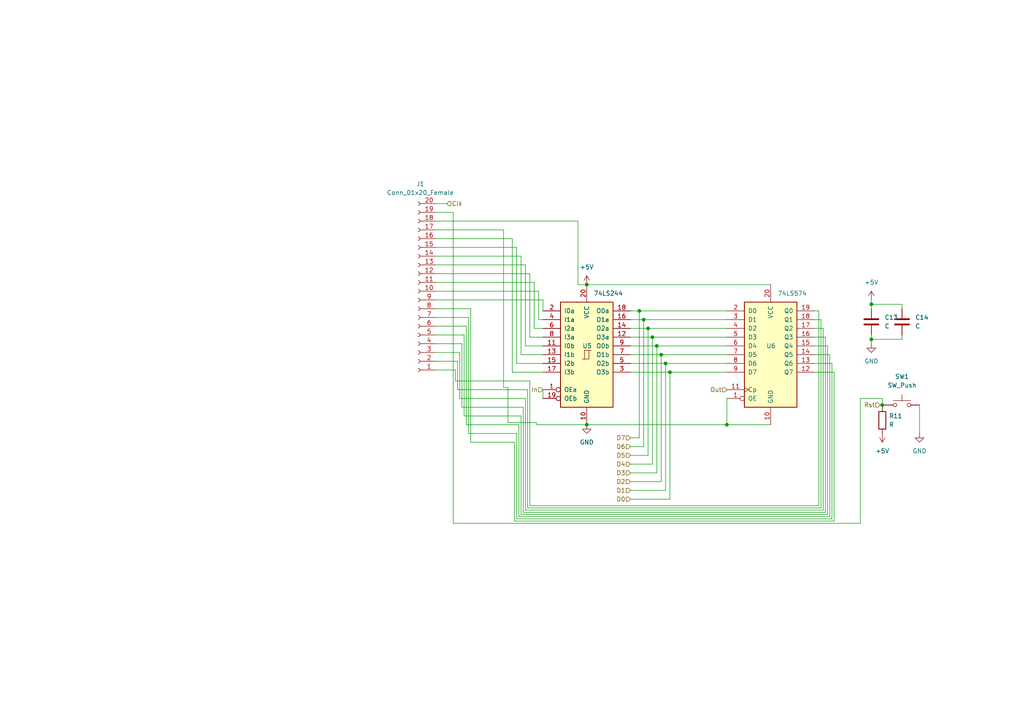
<source format=kicad_sch>
(kicad_sch (version 20211123) (generator eeschema)

  (uuid 5f66c2f5-df8d-4afe-8c24-33a24d0bba16)

  (paper "A4")

  (title_block
    (title "Canned ICs")
    (date "2022-05-03")
    (rev "Release")
    (company "John Oshiro")
    (comment 1 "- All 74LS chips can be replaced with 74HC series")
    (comment 2 "- Contains the IO and control pins")
    (comment 3 "- Won't replicate the arduino but it's something")
    (comment 4 "Input output")
  )

  (lib_symbols
    (symbol "74xx:74LS244" (pin_names (offset 1.016)) (in_bom yes) (on_board yes)
      (property "Reference" "U" (id 0) (at -7.62 16.51 0)
        (effects (font (size 1.27 1.27)))
      )
      (property "Value" "74LS244" (id 1) (at -7.62 -16.51 0)
        (effects (font (size 1.27 1.27)))
      )
      (property "Footprint" "" (id 2) (at 0 0 0)
        (effects (font (size 1.27 1.27)) hide)
      )
      (property "Datasheet" "http://www.ti.com/lit/ds/symlink/sn74ls244.pdf" (id 3) (at 0 0 0)
        (effects (font (size 1.27 1.27)) hide)
      )
      (property "ki_keywords" "7400 logic ttl low power schottky" (id 4) (at 0 0 0)
        (effects (font (size 1.27 1.27)) hide)
      )
      (property "ki_description" "Octal Buffer and Line Driver With 3-State Output, active-low enables, non-inverting outputs" (id 5) (at 0 0 0)
        (effects (font (size 1.27 1.27)) hide)
      )
      (property "ki_fp_filters" "DIP?20*" (id 6) (at 0 0 0)
        (effects (font (size 1.27 1.27)) hide)
      )
      (symbol "74LS244_1_0"
        (polyline
          (pts
            (xy -0.635 -1.27)
            (xy -0.635 1.27)
            (xy 0.635 1.27)
          )
          (stroke (width 0) (type default) (color 0 0 0 0))
          (fill (type none))
        )
        (polyline
          (pts
            (xy -1.27 -1.27)
            (xy 0.635 -1.27)
            (xy 0.635 1.27)
            (xy 1.27 1.27)
          )
          (stroke (width 0) (type default) (color 0 0 0 0))
          (fill (type none))
        )
        (pin input inverted (at -12.7 -10.16 0) (length 5.08)
          (name "OEa" (effects (font (size 1.27 1.27))))
          (number "1" (effects (font (size 1.27 1.27))))
        )
        (pin power_in line (at 0 -20.32 90) (length 5.08)
          (name "GND" (effects (font (size 1.27 1.27))))
          (number "10" (effects (font (size 1.27 1.27))))
        )
        (pin input line (at -12.7 2.54 0) (length 5.08)
          (name "I0b" (effects (font (size 1.27 1.27))))
          (number "11" (effects (font (size 1.27 1.27))))
        )
        (pin tri_state line (at 12.7 5.08 180) (length 5.08)
          (name "O3a" (effects (font (size 1.27 1.27))))
          (number "12" (effects (font (size 1.27 1.27))))
        )
        (pin input line (at -12.7 0 0) (length 5.08)
          (name "I1b" (effects (font (size 1.27 1.27))))
          (number "13" (effects (font (size 1.27 1.27))))
        )
        (pin tri_state line (at 12.7 7.62 180) (length 5.08)
          (name "O2a" (effects (font (size 1.27 1.27))))
          (number "14" (effects (font (size 1.27 1.27))))
        )
        (pin input line (at -12.7 -2.54 0) (length 5.08)
          (name "I2b" (effects (font (size 1.27 1.27))))
          (number "15" (effects (font (size 1.27 1.27))))
        )
        (pin tri_state line (at 12.7 10.16 180) (length 5.08)
          (name "O1a" (effects (font (size 1.27 1.27))))
          (number "16" (effects (font (size 1.27 1.27))))
        )
        (pin input line (at -12.7 -5.08 0) (length 5.08)
          (name "I3b" (effects (font (size 1.27 1.27))))
          (number "17" (effects (font (size 1.27 1.27))))
        )
        (pin tri_state line (at 12.7 12.7 180) (length 5.08)
          (name "O0a" (effects (font (size 1.27 1.27))))
          (number "18" (effects (font (size 1.27 1.27))))
        )
        (pin input inverted (at -12.7 -12.7 0) (length 5.08)
          (name "OEb" (effects (font (size 1.27 1.27))))
          (number "19" (effects (font (size 1.27 1.27))))
        )
        (pin input line (at -12.7 12.7 0) (length 5.08)
          (name "I0a" (effects (font (size 1.27 1.27))))
          (number "2" (effects (font (size 1.27 1.27))))
        )
        (pin power_in line (at 0 20.32 270) (length 5.08)
          (name "VCC" (effects (font (size 1.27 1.27))))
          (number "20" (effects (font (size 1.27 1.27))))
        )
        (pin tri_state line (at 12.7 -5.08 180) (length 5.08)
          (name "O3b" (effects (font (size 1.27 1.27))))
          (number "3" (effects (font (size 1.27 1.27))))
        )
        (pin input line (at -12.7 10.16 0) (length 5.08)
          (name "I1a" (effects (font (size 1.27 1.27))))
          (number "4" (effects (font (size 1.27 1.27))))
        )
        (pin tri_state line (at 12.7 -2.54 180) (length 5.08)
          (name "O2b" (effects (font (size 1.27 1.27))))
          (number "5" (effects (font (size 1.27 1.27))))
        )
        (pin input line (at -12.7 7.62 0) (length 5.08)
          (name "I2a" (effects (font (size 1.27 1.27))))
          (number "6" (effects (font (size 1.27 1.27))))
        )
        (pin tri_state line (at 12.7 0 180) (length 5.08)
          (name "O1b" (effects (font (size 1.27 1.27))))
          (number "7" (effects (font (size 1.27 1.27))))
        )
        (pin input line (at -12.7 5.08 0) (length 5.08)
          (name "I3a" (effects (font (size 1.27 1.27))))
          (number "8" (effects (font (size 1.27 1.27))))
        )
        (pin tri_state line (at 12.7 2.54 180) (length 5.08)
          (name "O0b" (effects (font (size 1.27 1.27))))
          (number "9" (effects (font (size 1.27 1.27))))
        )
      )
      (symbol "74LS244_1_1"
        (rectangle (start -7.62 15.24) (end 7.62 -15.24)
          (stroke (width 0.254) (type default) (color 0 0 0 0))
          (fill (type background))
        )
      )
    )
    (symbol "74xx:74LS574" (pin_names (offset 1.016)) (in_bom yes) (on_board yes)
      (property "Reference" "U" (id 0) (at -7.62 16.51 0)
        (effects (font (size 1.27 1.27)))
      )
      (property "Value" "74LS574" (id 1) (at -7.62 -16.51 0)
        (effects (font (size 1.27 1.27)))
      )
      (property "Footprint" "" (id 2) (at 0 0 0)
        (effects (font (size 1.27 1.27)) hide)
      )
      (property "Datasheet" "http://www.ti.com/lit/gpn/sn74LS574" (id 3) (at 0 0 0)
        (effects (font (size 1.27 1.27)) hide)
      )
      (property "ki_locked" "" (id 4) (at 0 0 0)
        (effects (font (size 1.27 1.27)))
      )
      (property "ki_keywords" "TTL REG DFF DFF8 3State" (id 5) (at 0 0 0)
        (effects (font (size 1.27 1.27)) hide)
      )
      (property "ki_description" "8-bit Register, 3-state outputs" (id 6) (at 0 0 0)
        (effects (font (size 1.27 1.27)) hide)
      )
      (property "ki_fp_filters" "DIP?20*" (id 7) (at 0 0 0)
        (effects (font (size 1.27 1.27)) hide)
      )
      (symbol "74LS574_1_0"
        (pin input inverted (at -12.7 -12.7 0) (length 5.08)
          (name "OE" (effects (font (size 1.27 1.27))))
          (number "1" (effects (font (size 1.27 1.27))))
        )
        (pin power_in line (at 0 -20.32 90) (length 5.08)
          (name "GND" (effects (font (size 1.27 1.27))))
          (number "10" (effects (font (size 1.27 1.27))))
        )
        (pin input clock (at -12.7 -10.16 0) (length 5.08)
          (name "Cp" (effects (font (size 1.27 1.27))))
          (number "11" (effects (font (size 1.27 1.27))))
        )
        (pin tri_state line (at 12.7 -5.08 180) (length 5.08)
          (name "Q7" (effects (font (size 1.27 1.27))))
          (number "12" (effects (font (size 1.27 1.27))))
        )
        (pin tri_state line (at 12.7 -2.54 180) (length 5.08)
          (name "Q6" (effects (font (size 1.27 1.27))))
          (number "13" (effects (font (size 1.27 1.27))))
        )
        (pin tri_state line (at 12.7 0 180) (length 5.08)
          (name "Q5" (effects (font (size 1.27 1.27))))
          (number "14" (effects (font (size 1.27 1.27))))
        )
        (pin tri_state line (at 12.7 2.54 180) (length 5.08)
          (name "Q4" (effects (font (size 1.27 1.27))))
          (number "15" (effects (font (size 1.27 1.27))))
        )
        (pin tri_state line (at 12.7 5.08 180) (length 5.08)
          (name "Q3" (effects (font (size 1.27 1.27))))
          (number "16" (effects (font (size 1.27 1.27))))
        )
        (pin tri_state line (at 12.7 7.62 180) (length 5.08)
          (name "Q2" (effects (font (size 1.27 1.27))))
          (number "17" (effects (font (size 1.27 1.27))))
        )
        (pin tri_state line (at 12.7 10.16 180) (length 5.08)
          (name "Q1" (effects (font (size 1.27 1.27))))
          (number "18" (effects (font (size 1.27 1.27))))
        )
        (pin tri_state line (at 12.7 12.7 180) (length 5.08)
          (name "Q0" (effects (font (size 1.27 1.27))))
          (number "19" (effects (font (size 1.27 1.27))))
        )
        (pin input line (at -12.7 12.7 0) (length 5.08)
          (name "D0" (effects (font (size 1.27 1.27))))
          (number "2" (effects (font (size 1.27 1.27))))
        )
        (pin power_in line (at 0 20.32 270) (length 5.08)
          (name "VCC" (effects (font (size 1.27 1.27))))
          (number "20" (effects (font (size 1.27 1.27))))
        )
        (pin input line (at -12.7 10.16 0) (length 5.08)
          (name "D1" (effects (font (size 1.27 1.27))))
          (number "3" (effects (font (size 1.27 1.27))))
        )
        (pin input line (at -12.7 7.62 0) (length 5.08)
          (name "D2" (effects (font (size 1.27 1.27))))
          (number "4" (effects (font (size 1.27 1.27))))
        )
        (pin input line (at -12.7 5.08 0) (length 5.08)
          (name "D3" (effects (font (size 1.27 1.27))))
          (number "5" (effects (font (size 1.27 1.27))))
        )
        (pin input line (at -12.7 2.54 0) (length 5.08)
          (name "D4" (effects (font (size 1.27 1.27))))
          (number "6" (effects (font (size 1.27 1.27))))
        )
        (pin input line (at -12.7 0 0) (length 5.08)
          (name "D5" (effects (font (size 1.27 1.27))))
          (number "7" (effects (font (size 1.27 1.27))))
        )
        (pin input line (at -12.7 -2.54 0) (length 5.08)
          (name "D6" (effects (font (size 1.27 1.27))))
          (number "8" (effects (font (size 1.27 1.27))))
        )
        (pin input line (at -12.7 -5.08 0) (length 5.08)
          (name "D7" (effects (font (size 1.27 1.27))))
          (number "9" (effects (font (size 1.27 1.27))))
        )
      )
      (symbol "74LS574_1_1"
        (rectangle (start -7.62 15.24) (end 7.62 -15.24)
          (stroke (width 0.254) (type default) (color 0 0 0 0))
          (fill (type background))
        )
      )
    )
    (symbol "Connector:Conn_01x20_Female" (pin_names (offset 1.016) hide) (in_bom yes) (on_board yes)
      (property "Reference" "J" (id 0) (at 0 25.4 0)
        (effects (font (size 1.27 1.27)))
      )
      (property "Value" "Conn_01x20_Female" (id 1) (at 0 -27.94 0)
        (effects (font (size 1.27 1.27)))
      )
      (property "Footprint" "" (id 2) (at 0 0 0)
        (effects (font (size 1.27 1.27)) hide)
      )
      (property "Datasheet" "~" (id 3) (at 0 0 0)
        (effects (font (size 1.27 1.27)) hide)
      )
      (property "ki_keywords" "connector" (id 4) (at 0 0 0)
        (effects (font (size 1.27 1.27)) hide)
      )
      (property "ki_description" "Generic connector, single row, 01x20, script generated (kicad-library-utils/schlib/autogen/connector/)" (id 5) (at 0 0 0)
        (effects (font (size 1.27 1.27)) hide)
      )
      (property "ki_fp_filters" "Connector*:*_1x??_*" (id 6) (at 0 0 0)
        (effects (font (size 1.27 1.27)) hide)
      )
      (symbol "Conn_01x20_Female_1_1"
        (arc (start 0 -24.892) (mid -0.508 -25.4) (end 0 -25.908)
          (stroke (width 0.1524) (type default) (color 0 0 0 0))
          (fill (type none))
        )
        (arc (start 0 -22.352) (mid -0.508 -22.86) (end 0 -23.368)
          (stroke (width 0.1524) (type default) (color 0 0 0 0))
          (fill (type none))
        )
        (arc (start 0 -19.812) (mid -0.508 -20.32) (end 0 -20.828)
          (stroke (width 0.1524) (type default) (color 0 0 0 0))
          (fill (type none))
        )
        (arc (start 0 -17.272) (mid -0.508 -17.78) (end 0 -18.288)
          (stroke (width 0.1524) (type default) (color 0 0 0 0))
          (fill (type none))
        )
        (arc (start 0 -14.732) (mid -0.508 -15.24) (end 0 -15.748)
          (stroke (width 0.1524) (type default) (color 0 0 0 0))
          (fill (type none))
        )
        (arc (start 0 -12.192) (mid -0.508 -12.7) (end 0 -13.208)
          (stroke (width 0.1524) (type default) (color 0 0 0 0))
          (fill (type none))
        )
        (arc (start 0 -9.652) (mid -0.508 -10.16) (end 0 -10.668)
          (stroke (width 0.1524) (type default) (color 0 0 0 0))
          (fill (type none))
        )
        (arc (start 0 -7.112) (mid -0.508 -7.62) (end 0 -8.128)
          (stroke (width 0.1524) (type default) (color 0 0 0 0))
          (fill (type none))
        )
        (arc (start 0 -4.572) (mid -0.508 -5.08) (end 0 -5.588)
          (stroke (width 0.1524) (type default) (color 0 0 0 0))
          (fill (type none))
        )
        (arc (start 0 -2.032) (mid -0.508 -2.54) (end 0 -3.048)
          (stroke (width 0.1524) (type default) (color 0 0 0 0))
          (fill (type none))
        )
        (polyline
          (pts
            (xy -1.27 -25.4)
            (xy -0.508 -25.4)
          )
          (stroke (width 0.1524) (type default) (color 0 0 0 0))
          (fill (type none))
        )
        (polyline
          (pts
            (xy -1.27 -22.86)
            (xy -0.508 -22.86)
          )
          (stroke (width 0.1524) (type default) (color 0 0 0 0))
          (fill (type none))
        )
        (polyline
          (pts
            (xy -1.27 -20.32)
            (xy -0.508 -20.32)
          )
          (stroke (width 0.1524) (type default) (color 0 0 0 0))
          (fill (type none))
        )
        (polyline
          (pts
            (xy -1.27 -17.78)
            (xy -0.508 -17.78)
          )
          (stroke (width 0.1524) (type default) (color 0 0 0 0))
          (fill (type none))
        )
        (polyline
          (pts
            (xy -1.27 -15.24)
            (xy -0.508 -15.24)
          )
          (stroke (width 0.1524) (type default) (color 0 0 0 0))
          (fill (type none))
        )
        (polyline
          (pts
            (xy -1.27 -12.7)
            (xy -0.508 -12.7)
          )
          (stroke (width 0.1524) (type default) (color 0 0 0 0))
          (fill (type none))
        )
        (polyline
          (pts
            (xy -1.27 -10.16)
            (xy -0.508 -10.16)
          )
          (stroke (width 0.1524) (type default) (color 0 0 0 0))
          (fill (type none))
        )
        (polyline
          (pts
            (xy -1.27 -7.62)
            (xy -0.508 -7.62)
          )
          (stroke (width 0.1524) (type default) (color 0 0 0 0))
          (fill (type none))
        )
        (polyline
          (pts
            (xy -1.27 -5.08)
            (xy -0.508 -5.08)
          )
          (stroke (width 0.1524) (type default) (color 0 0 0 0))
          (fill (type none))
        )
        (polyline
          (pts
            (xy -1.27 -2.54)
            (xy -0.508 -2.54)
          )
          (stroke (width 0.1524) (type default) (color 0 0 0 0))
          (fill (type none))
        )
        (polyline
          (pts
            (xy -1.27 0)
            (xy -0.508 0)
          )
          (stroke (width 0.1524) (type default) (color 0 0 0 0))
          (fill (type none))
        )
        (polyline
          (pts
            (xy -1.27 2.54)
            (xy -0.508 2.54)
          )
          (stroke (width 0.1524) (type default) (color 0 0 0 0))
          (fill (type none))
        )
        (polyline
          (pts
            (xy -1.27 5.08)
            (xy -0.508 5.08)
          )
          (stroke (width 0.1524) (type default) (color 0 0 0 0))
          (fill (type none))
        )
        (polyline
          (pts
            (xy -1.27 7.62)
            (xy -0.508 7.62)
          )
          (stroke (width 0.1524) (type default) (color 0 0 0 0))
          (fill (type none))
        )
        (polyline
          (pts
            (xy -1.27 10.16)
            (xy -0.508 10.16)
          )
          (stroke (width 0.1524) (type default) (color 0 0 0 0))
          (fill (type none))
        )
        (polyline
          (pts
            (xy -1.27 12.7)
            (xy -0.508 12.7)
          )
          (stroke (width 0.1524) (type default) (color 0 0 0 0))
          (fill (type none))
        )
        (polyline
          (pts
            (xy -1.27 15.24)
            (xy -0.508 15.24)
          )
          (stroke (width 0.1524) (type default) (color 0 0 0 0))
          (fill (type none))
        )
        (polyline
          (pts
            (xy -1.27 17.78)
            (xy -0.508 17.78)
          )
          (stroke (width 0.1524) (type default) (color 0 0 0 0))
          (fill (type none))
        )
        (polyline
          (pts
            (xy -1.27 20.32)
            (xy -0.508 20.32)
          )
          (stroke (width 0.1524) (type default) (color 0 0 0 0))
          (fill (type none))
        )
        (polyline
          (pts
            (xy -1.27 22.86)
            (xy -0.508 22.86)
          )
          (stroke (width 0.1524) (type default) (color 0 0 0 0))
          (fill (type none))
        )
        (arc (start 0 0.508) (mid -0.508 0) (end 0 -0.508)
          (stroke (width 0.1524) (type default) (color 0 0 0 0))
          (fill (type none))
        )
        (arc (start 0 3.048) (mid -0.508 2.54) (end 0 2.032)
          (stroke (width 0.1524) (type default) (color 0 0 0 0))
          (fill (type none))
        )
        (arc (start 0 5.588) (mid -0.508 5.08) (end 0 4.572)
          (stroke (width 0.1524) (type default) (color 0 0 0 0))
          (fill (type none))
        )
        (arc (start 0 8.128) (mid -0.508 7.62) (end 0 7.112)
          (stroke (width 0.1524) (type default) (color 0 0 0 0))
          (fill (type none))
        )
        (arc (start 0 10.668) (mid -0.508 10.16) (end 0 9.652)
          (stroke (width 0.1524) (type default) (color 0 0 0 0))
          (fill (type none))
        )
        (arc (start 0 13.208) (mid -0.508 12.7) (end 0 12.192)
          (stroke (width 0.1524) (type default) (color 0 0 0 0))
          (fill (type none))
        )
        (arc (start 0 15.748) (mid -0.508 15.24) (end 0 14.732)
          (stroke (width 0.1524) (type default) (color 0 0 0 0))
          (fill (type none))
        )
        (arc (start 0 18.288) (mid -0.508 17.78) (end 0 17.272)
          (stroke (width 0.1524) (type default) (color 0 0 0 0))
          (fill (type none))
        )
        (arc (start 0 20.828) (mid -0.508 20.32) (end 0 19.812)
          (stroke (width 0.1524) (type default) (color 0 0 0 0))
          (fill (type none))
        )
        (arc (start 0 23.368) (mid -0.508 22.86) (end 0 22.352)
          (stroke (width 0.1524) (type default) (color 0 0 0 0))
          (fill (type none))
        )
        (pin passive line (at -5.08 22.86 0) (length 3.81)
          (name "Pin_1" (effects (font (size 1.27 1.27))))
          (number "1" (effects (font (size 1.27 1.27))))
        )
        (pin passive line (at -5.08 0 0) (length 3.81)
          (name "Pin_10" (effects (font (size 1.27 1.27))))
          (number "10" (effects (font (size 1.27 1.27))))
        )
        (pin passive line (at -5.08 -2.54 0) (length 3.81)
          (name "Pin_11" (effects (font (size 1.27 1.27))))
          (number "11" (effects (font (size 1.27 1.27))))
        )
        (pin passive line (at -5.08 -5.08 0) (length 3.81)
          (name "Pin_12" (effects (font (size 1.27 1.27))))
          (number "12" (effects (font (size 1.27 1.27))))
        )
        (pin passive line (at -5.08 -7.62 0) (length 3.81)
          (name "Pin_13" (effects (font (size 1.27 1.27))))
          (number "13" (effects (font (size 1.27 1.27))))
        )
        (pin passive line (at -5.08 -10.16 0) (length 3.81)
          (name "Pin_14" (effects (font (size 1.27 1.27))))
          (number "14" (effects (font (size 1.27 1.27))))
        )
        (pin passive line (at -5.08 -12.7 0) (length 3.81)
          (name "Pin_15" (effects (font (size 1.27 1.27))))
          (number "15" (effects (font (size 1.27 1.27))))
        )
        (pin passive line (at -5.08 -15.24 0) (length 3.81)
          (name "Pin_16" (effects (font (size 1.27 1.27))))
          (number "16" (effects (font (size 1.27 1.27))))
        )
        (pin passive line (at -5.08 -17.78 0) (length 3.81)
          (name "Pin_17" (effects (font (size 1.27 1.27))))
          (number "17" (effects (font (size 1.27 1.27))))
        )
        (pin passive line (at -5.08 -20.32 0) (length 3.81)
          (name "Pin_18" (effects (font (size 1.27 1.27))))
          (number "18" (effects (font (size 1.27 1.27))))
        )
        (pin passive line (at -5.08 -22.86 0) (length 3.81)
          (name "Pin_19" (effects (font (size 1.27 1.27))))
          (number "19" (effects (font (size 1.27 1.27))))
        )
        (pin passive line (at -5.08 20.32 0) (length 3.81)
          (name "Pin_2" (effects (font (size 1.27 1.27))))
          (number "2" (effects (font (size 1.27 1.27))))
        )
        (pin passive line (at -5.08 -25.4 0) (length 3.81)
          (name "Pin_20" (effects (font (size 1.27 1.27))))
          (number "20" (effects (font (size 1.27 1.27))))
        )
        (pin passive line (at -5.08 17.78 0) (length 3.81)
          (name "Pin_3" (effects (font (size 1.27 1.27))))
          (number "3" (effects (font (size 1.27 1.27))))
        )
        (pin passive line (at -5.08 15.24 0) (length 3.81)
          (name "Pin_4" (effects (font (size 1.27 1.27))))
          (number "4" (effects (font (size 1.27 1.27))))
        )
        (pin passive line (at -5.08 12.7 0) (length 3.81)
          (name "Pin_5" (effects (font (size 1.27 1.27))))
          (number "5" (effects (font (size 1.27 1.27))))
        )
        (pin passive line (at -5.08 10.16 0) (length 3.81)
          (name "Pin_6" (effects (font (size 1.27 1.27))))
          (number "6" (effects (font (size 1.27 1.27))))
        )
        (pin passive line (at -5.08 7.62 0) (length 3.81)
          (name "Pin_7" (effects (font (size 1.27 1.27))))
          (number "7" (effects (font (size 1.27 1.27))))
        )
        (pin passive line (at -5.08 5.08 0) (length 3.81)
          (name "Pin_8" (effects (font (size 1.27 1.27))))
          (number "8" (effects (font (size 1.27 1.27))))
        )
        (pin passive line (at -5.08 2.54 0) (length 3.81)
          (name "Pin_9" (effects (font (size 1.27 1.27))))
          (number "9" (effects (font (size 1.27 1.27))))
        )
      )
    )
    (symbol "Device:C" (pin_numbers hide) (pin_names (offset 0.254)) (in_bom yes) (on_board yes)
      (property "Reference" "C" (id 0) (at 0.635 2.54 0)
        (effects (font (size 1.27 1.27)) (justify left))
      )
      (property "Value" "C" (id 1) (at 0.635 -2.54 0)
        (effects (font (size 1.27 1.27)) (justify left))
      )
      (property "Footprint" "" (id 2) (at 0.9652 -3.81 0)
        (effects (font (size 1.27 1.27)) hide)
      )
      (property "Datasheet" "~" (id 3) (at 0 0 0)
        (effects (font (size 1.27 1.27)) hide)
      )
      (property "ki_keywords" "cap capacitor" (id 4) (at 0 0 0)
        (effects (font (size 1.27 1.27)) hide)
      )
      (property "ki_description" "Unpolarized capacitor" (id 5) (at 0 0 0)
        (effects (font (size 1.27 1.27)) hide)
      )
      (property "ki_fp_filters" "C_*" (id 6) (at 0 0 0)
        (effects (font (size 1.27 1.27)) hide)
      )
      (symbol "C_0_1"
        (polyline
          (pts
            (xy -2.032 -0.762)
            (xy 2.032 -0.762)
          )
          (stroke (width 0.508) (type default) (color 0 0 0 0))
          (fill (type none))
        )
        (polyline
          (pts
            (xy -2.032 0.762)
            (xy 2.032 0.762)
          )
          (stroke (width 0.508) (type default) (color 0 0 0 0))
          (fill (type none))
        )
      )
      (symbol "C_1_1"
        (pin passive line (at 0 3.81 270) (length 2.794)
          (name "~" (effects (font (size 1.27 1.27))))
          (number "1" (effects (font (size 1.27 1.27))))
        )
        (pin passive line (at 0 -3.81 90) (length 2.794)
          (name "~" (effects (font (size 1.27 1.27))))
          (number "2" (effects (font (size 1.27 1.27))))
        )
      )
    )
    (symbol "Device:R" (pin_numbers hide) (pin_names (offset 0)) (in_bom yes) (on_board yes)
      (property "Reference" "R" (id 0) (at 2.032 0 90)
        (effects (font (size 1.27 1.27)))
      )
      (property "Value" "R" (id 1) (at 0 0 90)
        (effects (font (size 1.27 1.27)))
      )
      (property "Footprint" "" (id 2) (at -1.778 0 90)
        (effects (font (size 1.27 1.27)) hide)
      )
      (property "Datasheet" "~" (id 3) (at 0 0 0)
        (effects (font (size 1.27 1.27)) hide)
      )
      (property "ki_keywords" "R res resistor" (id 4) (at 0 0 0)
        (effects (font (size 1.27 1.27)) hide)
      )
      (property "ki_description" "Resistor" (id 5) (at 0 0 0)
        (effects (font (size 1.27 1.27)) hide)
      )
      (property "ki_fp_filters" "R_*" (id 6) (at 0 0 0)
        (effects (font (size 1.27 1.27)) hide)
      )
      (symbol "R_0_1"
        (rectangle (start -1.016 -2.54) (end 1.016 2.54)
          (stroke (width 0.254) (type default) (color 0 0 0 0))
          (fill (type none))
        )
      )
      (symbol "R_1_1"
        (pin passive line (at 0 3.81 270) (length 1.27)
          (name "~" (effects (font (size 1.27 1.27))))
          (number "1" (effects (font (size 1.27 1.27))))
        )
        (pin passive line (at 0 -3.81 90) (length 1.27)
          (name "~" (effects (font (size 1.27 1.27))))
          (number "2" (effects (font (size 1.27 1.27))))
        )
      )
    )
    (symbol "Switch:SW_Push" (pin_numbers hide) (pin_names (offset 1.016) hide) (in_bom yes) (on_board yes)
      (property "Reference" "SW" (id 0) (at 1.27 2.54 0)
        (effects (font (size 1.27 1.27)) (justify left))
      )
      (property "Value" "SW_Push" (id 1) (at 0 -1.524 0)
        (effects (font (size 1.27 1.27)))
      )
      (property "Footprint" "" (id 2) (at 0 5.08 0)
        (effects (font (size 1.27 1.27)) hide)
      )
      (property "Datasheet" "~" (id 3) (at 0 5.08 0)
        (effects (font (size 1.27 1.27)) hide)
      )
      (property "ki_keywords" "switch normally-open pushbutton push-button" (id 4) (at 0 0 0)
        (effects (font (size 1.27 1.27)) hide)
      )
      (property "ki_description" "Push button switch, generic, two pins" (id 5) (at 0 0 0)
        (effects (font (size 1.27 1.27)) hide)
      )
      (symbol "SW_Push_0_1"
        (circle (center -2.032 0) (radius 0.508)
          (stroke (width 0) (type default) (color 0 0 0 0))
          (fill (type none))
        )
        (polyline
          (pts
            (xy 0 1.27)
            (xy 0 3.048)
          )
          (stroke (width 0) (type default) (color 0 0 0 0))
          (fill (type none))
        )
        (polyline
          (pts
            (xy 2.54 1.27)
            (xy -2.54 1.27)
          )
          (stroke (width 0) (type default) (color 0 0 0 0))
          (fill (type none))
        )
        (circle (center 2.032 0) (radius 0.508)
          (stroke (width 0) (type default) (color 0 0 0 0))
          (fill (type none))
        )
        (pin passive line (at -5.08 0 0) (length 2.54)
          (name "1" (effects (font (size 1.27 1.27))))
          (number "1" (effects (font (size 1.27 1.27))))
        )
        (pin passive line (at 5.08 0 180) (length 2.54)
          (name "2" (effects (font (size 1.27 1.27))))
          (number "2" (effects (font (size 1.27 1.27))))
        )
      )
    )
    (symbol "power:+5V" (power) (pin_names (offset 0)) (in_bom yes) (on_board yes)
      (property "Reference" "#PWR" (id 0) (at 0 -3.81 0)
        (effects (font (size 1.27 1.27)) hide)
      )
      (property "Value" "+5V" (id 1) (at 0 3.556 0)
        (effects (font (size 1.27 1.27)))
      )
      (property "Footprint" "" (id 2) (at 0 0 0)
        (effects (font (size 1.27 1.27)) hide)
      )
      (property "Datasheet" "" (id 3) (at 0 0 0)
        (effects (font (size 1.27 1.27)) hide)
      )
      (property "ki_keywords" "power-flag" (id 4) (at 0 0 0)
        (effects (font (size 1.27 1.27)) hide)
      )
      (property "ki_description" "Power symbol creates a global label with name \"+5V\"" (id 5) (at 0 0 0)
        (effects (font (size 1.27 1.27)) hide)
      )
      (symbol "+5V_0_1"
        (polyline
          (pts
            (xy -0.762 1.27)
            (xy 0 2.54)
          )
          (stroke (width 0) (type default) (color 0 0 0 0))
          (fill (type none))
        )
        (polyline
          (pts
            (xy 0 0)
            (xy 0 2.54)
          )
          (stroke (width 0) (type default) (color 0 0 0 0))
          (fill (type none))
        )
        (polyline
          (pts
            (xy 0 2.54)
            (xy 0.762 1.27)
          )
          (stroke (width 0) (type default) (color 0 0 0 0))
          (fill (type none))
        )
      )
      (symbol "+5V_1_1"
        (pin power_in line (at 0 0 90) (length 0) hide
          (name "+5V" (effects (font (size 1.27 1.27))))
          (number "1" (effects (font (size 1.27 1.27))))
        )
      )
    )
    (symbol "power:GND" (power) (pin_names (offset 0)) (in_bom yes) (on_board yes)
      (property "Reference" "#PWR" (id 0) (at 0 -6.35 0)
        (effects (font (size 1.27 1.27)) hide)
      )
      (property "Value" "GND" (id 1) (at 0 -3.81 0)
        (effects (font (size 1.27 1.27)))
      )
      (property "Footprint" "" (id 2) (at 0 0 0)
        (effects (font (size 1.27 1.27)) hide)
      )
      (property "Datasheet" "" (id 3) (at 0 0 0)
        (effects (font (size 1.27 1.27)) hide)
      )
      (property "ki_keywords" "power-flag" (id 4) (at 0 0 0)
        (effects (font (size 1.27 1.27)) hide)
      )
      (property "ki_description" "Power symbol creates a global label with name \"GND\" , ground" (id 5) (at 0 0 0)
        (effects (font (size 1.27 1.27)) hide)
      )
      (symbol "GND_0_1"
        (polyline
          (pts
            (xy 0 0)
            (xy 0 -1.27)
            (xy 1.27 -1.27)
            (xy 0 -2.54)
            (xy -1.27 -1.27)
            (xy 0 -1.27)
          )
          (stroke (width 0) (type default) (color 0 0 0 0))
          (fill (type none))
        )
      )
      (symbol "GND_1_1"
        (pin power_in line (at 0 0 270) (length 0) hide
          (name "GND" (effects (font (size 1.27 1.27))))
          (number "1" (effects (font (size 1.27 1.27))))
        )
      )
    )
  )

  (junction (at 210.82 123.19) (diameter 0) (color 0 0 0 0)
    (uuid 1c5ae59b-a52b-4e8a-84a8-94970c2da5c9)
  )
  (junction (at 191.77 102.87) (diameter 0) (color 0 0 0 0)
    (uuid 22f3eb59-fb1b-448c-9ffb-29f669c671a7)
  )
  (junction (at 252.73 88.265) (diameter 0) (color 0 0 0 0)
    (uuid 28c57641-015b-4bab-aeaf-ff37fe532b13)
  )
  (junction (at 255.905 117.475) (diameter 0) (color 0 0 0 0)
    (uuid 2cc048aa-cc73-4b57-8402-ab7cdf5ef1a8)
  )
  (junction (at 187.96 95.25) (diameter 0) (color 0 0 0 0)
    (uuid 46630f6f-7855-4a50-beef-e5ee33025e34)
  )
  (junction (at 252.73 98.425) (diameter 0) (color 0 0 0 0)
    (uuid 5058c37b-437c-4f7e-8bac-5933bdcc5271)
  )
  (junction (at 193.04 105.41) (diameter 0) (color 0 0 0 0)
    (uuid 53a3d9e5-dd88-4b85-b818-38a7c34b5660)
  )
  (junction (at 170.18 123.19) (diameter 0) (color 0 0 0 0)
    (uuid 72a1db42-af22-4a3f-ba42-c8c3dc8294e9)
  )
  (junction (at 186.69 92.71) (diameter 0) (color 0 0 0 0)
    (uuid 839fa63b-aa87-4b79-8668-ce46df92920e)
  )
  (junction (at 185.42 90.17) (diameter 0) (color 0 0 0 0)
    (uuid b7835373-294b-47f9-8b6a-ca51871be85f)
  )
  (junction (at 190.5 100.33) (diameter 0) (color 0 0 0 0)
    (uuid b86c9cd2-cafa-4871-ab23-c6cec88e723b)
  )
  (junction (at 170.18 82.55) (diameter 0) (color 0 0 0 0)
    (uuid be8de6eb-cf0b-400e-a977-bb2ccf18d4a2)
  )
  (junction (at 189.23 97.79) (diameter 0) (color 0 0 0 0)
    (uuid c6e87e83-394c-4f80-ad13-eded7f5ac426)
  )
  (junction (at 194.31 107.95) (diameter 0) (color 0 0 0 0)
    (uuid cee6e9b7-d82f-4a6b-9186-957f56c82946)
  )

  (wire (pts (xy 153.67 146.685) (xy 237.49 146.685))
    (stroke (width 0) (type default) (color 0 0 0 0))
    (uuid 06357d72-092d-4c58-a27b-35af9997dea6)
  )
  (wire (pts (xy 210.82 123.19) (xy 223.52 123.19))
    (stroke (width 0) (type default) (color 0 0 0 0))
    (uuid 07001dea-06bb-4ddd-b466-52e94c4e67c6)
  )
  (wire (pts (xy 149.225 128.27) (xy 149.225 151.13))
    (stroke (width 0) (type default) (color 0 0 0 0))
    (uuid 07935b44-3369-404b-afe6-3bd52babb23e)
  )
  (wire (pts (xy 190.5 100.33) (xy 190.5 137.16))
    (stroke (width 0) (type default) (color 0 0 0 0))
    (uuid 0988a329-d4e0-4706-8f9c-32606cf8f027)
  )
  (wire (pts (xy 241.3 105.41) (xy 241.3 150.495))
    (stroke (width 0) (type default) (color 0 0 0 0))
    (uuid 09bb6fb9-900b-4a5e-b8e0-d1fdcf691f64)
  )
  (wire (pts (xy 182.88 90.17) (xy 185.42 90.17))
    (stroke (width 0) (type default) (color 0 0 0 0))
    (uuid 0c688e68-b776-4c45-b1e7-3cfc94443836)
  )
  (wire (pts (xy 151.765 118.11) (xy 151.765 148.59))
    (stroke (width 0) (type default) (color 0 0 0 0))
    (uuid 0ce1e903-addb-4c6c-a679-a4655bc8913f)
  )
  (wire (pts (xy 151.13 120.65) (xy 151.13 149.225))
    (stroke (width 0) (type default) (color 0 0 0 0))
    (uuid 0d507bf1-87b8-4697-8f73-acc9a810ba31)
  )
  (wire (pts (xy 170.18 123.19) (xy 210.82 123.19))
    (stroke (width 0) (type default) (color 0 0 0 0))
    (uuid 0d62b59d-acb1-4017-af2e-e85e5efcd010)
  )
  (wire (pts (xy 154.94 81.915) (xy 154.94 95.25))
    (stroke (width 0) (type default) (color 0 0 0 0))
    (uuid 0d75fbdc-09fa-4137-8496-18ad19e9f69b)
  )
  (wire (pts (xy 238.76 95.25) (xy 238.76 147.955))
    (stroke (width 0) (type default) (color 0 0 0 0))
    (uuid 129a6574-2407-41fe-82cf-5214e425fa4d)
  )
  (wire (pts (xy 131.445 61.595) (xy 131.445 151.765))
    (stroke (width 0) (type default) (color 0 0 0 0))
    (uuid 12ffa311-de3c-4951-ae45-11927106bd99)
  )
  (wire (pts (xy 240.03 100.33) (xy 240.03 149.225))
    (stroke (width 0) (type default) (color 0 0 0 0))
    (uuid 155bfcd3-c63c-41d5-9748-428489524a2e)
  )
  (wire (pts (xy 182.88 92.71) (xy 186.69 92.71))
    (stroke (width 0) (type default) (color 0 0 0 0))
    (uuid 163ffd6d-c385-4c05-83fc-aaf04be3e103)
  )
  (wire (pts (xy 241.935 151.13) (xy 241.935 107.95))
    (stroke (width 0) (type default) (color 0 0 0 0))
    (uuid 18d8e407-7af1-4230-91e8-9201c891202c)
  )
  (wire (pts (xy 153.035 113.03) (xy 153.035 147.32))
    (stroke (width 0) (type default) (color 0 0 0 0))
    (uuid 1cd2ac57-2ebf-4606-aa6f-81055d06385f)
  )
  (wire (pts (xy 153.67 97.79) (xy 153.67 79.375))
    (stroke (width 0) (type default) (color 0 0 0 0))
    (uuid 1f6c6515-2f09-4aec-be99-0174e53df172)
  )
  (wire (pts (xy 252.73 98.425) (xy 261.62 98.425))
    (stroke (width 0) (type default) (color 0 0 0 0))
    (uuid 1fdd2358-ea6e-46d7-84b0-dcaeccc5c226)
  )
  (wire (pts (xy 255.905 118.11) (xy 255.905 117.475))
    (stroke (width 0) (type default) (color 0 0 0 0))
    (uuid 1fe30dd6-6d4e-4639-9b28-aafff3ab7552)
  )
  (wire (pts (xy 182.88 107.95) (xy 194.31 107.95))
    (stroke (width 0) (type default) (color 0 0 0 0))
    (uuid 213b281d-1030-4f64-a0cf-298cff312992)
  )
  (wire (pts (xy 237.49 90.17) (xy 236.22 90.17))
    (stroke (width 0) (type default) (color 0 0 0 0))
    (uuid 25289333-de7e-4061-b161-e7546bcee6f7)
  )
  (wire (pts (xy 194.31 107.95) (xy 210.82 107.95))
    (stroke (width 0) (type default) (color 0 0 0 0))
    (uuid 25321191-c2c4-434b-a9e9-d12bd3669586)
  )
  (wire (pts (xy 149.86 105.41) (xy 157.48 105.41))
    (stroke (width 0) (type default) (color 0 0 0 0))
    (uuid 256793f5-51a3-454f-a88d-1849dd87b806)
  )
  (wire (pts (xy 132.715 104.775) (xy 132.715 113.03))
    (stroke (width 0) (type default) (color 0 0 0 0))
    (uuid 27c9f4ab-a64b-4235-a17a-80919abdf079)
  )
  (wire (pts (xy 147.32 112.395) (xy 147.32 122.555))
    (stroke (width 0) (type default) (color 0 0 0 0))
    (uuid 2870684e-dbfc-4a2a-b788-6b60f971e858)
  )
  (wire (pts (xy 187.96 132.08) (xy 187.96 95.25))
    (stroke (width 0) (type default) (color 0 0 0 0))
    (uuid 28b631f9-b9df-431d-9bf7-3db6d2a50664)
  )
  (wire (pts (xy 153.67 79.375) (xy 126.365 79.375))
    (stroke (width 0) (type default) (color 0 0 0 0))
    (uuid 293687fa-b625-4b81-a1e9-948915a20ced)
  )
  (wire (pts (xy 255.905 115.57) (xy 255.905 117.475))
    (stroke (width 0) (type default) (color 0 0 0 0))
    (uuid 2a19c46e-35c0-4652-b82d-56a3d66d9765)
  )
  (wire (pts (xy 126.365 107.315) (xy 132.08 107.315))
    (stroke (width 0) (type default) (color 0 0 0 0))
    (uuid 2b125a1c-a1b6-4125-9617-8b738ba7814a)
  )
  (wire (pts (xy 133.985 118.11) (xy 151.765 118.11))
    (stroke (width 0) (type default) (color 0 0 0 0))
    (uuid 37cb83e1-f536-4987-9cbf-b90ef56df164)
  )
  (wire (pts (xy 191.77 102.87) (xy 191.77 139.7))
    (stroke (width 0) (type default) (color 0 0 0 0))
    (uuid 38064ae4-1888-42cb-be64-de37627bb50a)
  )
  (wire (pts (xy 149.86 71.755) (xy 149.86 105.41))
    (stroke (width 0) (type default) (color 0 0 0 0))
    (uuid 3b23fb03-686c-4fe7-aa4d-43cfc669240a)
  )
  (wire (pts (xy 249.555 151.765) (xy 249.555 115.57))
    (stroke (width 0) (type default) (color 0 0 0 0))
    (uuid 3e53b3a5-0b74-4d48-8c24-8cd5303c8ac3)
  )
  (wire (pts (xy 189.23 97.79) (xy 210.82 97.79))
    (stroke (width 0) (type default) (color 0 0 0 0))
    (uuid 3f8adf47-b7de-4230-b3a7-cbe9570891d0)
  )
  (wire (pts (xy 133.35 115.57) (xy 133.35 102.235))
    (stroke (width 0) (type default) (color 0 0 0 0))
    (uuid 3fa3c2ac-3e11-4678-8491-723a17b63046)
  )
  (wire (pts (xy 252.73 86.995) (xy 252.73 88.265))
    (stroke (width 0) (type default) (color 0 0 0 0))
    (uuid 42160a5e-f06a-48b1-ad33-b075bc874209)
  )
  (wire (pts (xy 182.88 95.25) (xy 187.96 95.25))
    (stroke (width 0) (type default) (color 0 0 0 0))
    (uuid 42591393-1eab-42b8-9b5e-f854cb011bd8)
  )
  (wire (pts (xy 239.395 97.79) (xy 236.22 97.79))
    (stroke (width 0) (type default) (color 0 0 0 0))
    (uuid 43634d38-23a7-4b80-a4fa-52ceb741baf5)
  )
  (wire (pts (xy 210.82 115.57) (xy 210.82 123.19))
    (stroke (width 0) (type default) (color 0 0 0 0))
    (uuid 438d619f-181b-4c72-a3cd-2efb6e0fdbf4)
  )
  (wire (pts (xy 194.31 107.95) (xy 194.31 144.78))
    (stroke (width 0) (type default) (color 0 0 0 0))
    (uuid 478175a0-3ae5-40cb-9d4c-d6697af23225)
  )
  (wire (pts (xy 135.255 123.19) (xy 150.495 123.19))
    (stroke (width 0) (type default) (color 0 0 0 0))
    (uuid 478300f8-3584-4eff-994b-581f71af89f3)
  )
  (wire (pts (xy 153.67 110.49) (xy 132.08 110.49))
    (stroke (width 0) (type default) (color 0 0 0 0))
    (uuid 48603c93-755d-4909-bb7d-b527c2a700fd)
  )
  (wire (pts (xy 167.64 64.135) (xy 126.365 64.135))
    (stroke (width 0) (type default) (color 0 0 0 0))
    (uuid 4ad0e6c3-7c97-4fd0-b58b-75566dc97457)
  )
  (wire (pts (xy 155.575 123.19) (xy 155.575 122.555))
    (stroke (width 0) (type default) (color 0 0 0 0))
    (uuid 4afdbffb-19c2-4600-99d6-72b9a39132a3)
  )
  (wire (pts (xy 126.365 71.755) (xy 149.86 71.755))
    (stroke (width 0) (type default) (color 0 0 0 0))
    (uuid 4b661f74-d696-43fb-9e42-5fe375610245)
  )
  (wire (pts (xy 182.88 105.41) (xy 193.04 105.41))
    (stroke (width 0) (type default) (color 0 0 0 0))
    (uuid 4e731531-f6b2-4587-8c6a-8c96b9aede60)
  )
  (wire (pts (xy 135.255 94.615) (xy 135.255 123.19))
    (stroke (width 0) (type default) (color 0 0 0 0))
    (uuid 4f938208-ff4e-440b-9e26-5c72b4f083a2)
  )
  (wire (pts (xy 255.905 117.475) (xy 255.27 117.475))
    (stroke (width 0) (type default) (color 0 0 0 0))
    (uuid 5287f433-9893-45fa-a242-6e4d28397cc5)
  )
  (wire (pts (xy 238.125 147.32) (xy 238.125 92.71))
    (stroke (width 0) (type default) (color 0 0 0 0))
    (uuid 528bc9a6-7adb-4397-bf5b-0f752afdf576)
  )
  (wire (pts (xy 152.4 100.33) (xy 157.48 100.33))
    (stroke (width 0) (type default) (color 0 0 0 0))
    (uuid 562379e0-e62d-4b7a-bd6c-c88ecc940fc6)
  )
  (wire (pts (xy 151.13 74.295) (xy 126.365 74.295))
    (stroke (width 0) (type default) (color 0 0 0 0))
    (uuid 59577230-78ed-46c7-a5d9-d5d0e2f6079a)
  )
  (wire (pts (xy 252.73 98.425) (xy 252.73 99.695))
    (stroke (width 0) (type default) (color 0 0 0 0))
    (uuid 59df9592-1e84-4b98-b9f6-5aae503d3fdb)
  )
  (wire (pts (xy 150.495 123.19) (xy 150.495 149.86))
    (stroke (width 0) (type default) (color 0 0 0 0))
    (uuid 5cf3cc16-e5c4-4c1c-8612-a0b82ef64021)
  )
  (wire (pts (xy 239.395 148.59) (xy 239.395 97.79))
    (stroke (width 0) (type default) (color 0 0 0 0))
    (uuid 5d2ed44a-c3a6-440d-a2e9-c4faec969dd3)
  )
  (wire (pts (xy 133.985 99.695) (xy 133.985 118.11))
    (stroke (width 0) (type default) (color 0 0 0 0))
    (uuid 60626f93-383a-405a-b7c9-1f34ea083c3f)
  )
  (wire (pts (xy 193.04 105.41) (xy 193.04 142.24))
    (stroke (width 0) (type default) (color 0 0 0 0))
    (uuid 658f9c9b-eff9-4cd9-9f33-7c0279285343)
  )
  (wire (pts (xy 191.77 102.87) (xy 210.82 102.87))
    (stroke (width 0) (type default) (color 0 0 0 0))
    (uuid 6609aaa0-871f-4933-8162-0cc8ffaa98d7)
  )
  (wire (pts (xy 252.73 88.265) (xy 252.73 89.535))
    (stroke (width 0) (type default) (color 0 0 0 0))
    (uuid 69a0b11b-03ac-406f-b8e3-d01177b270dc)
  )
  (wire (pts (xy 132.08 107.315) (xy 132.08 110.49))
    (stroke (width 0) (type default) (color 0 0 0 0))
    (uuid 6a2dfc11-4fc2-4257-acaa-e3aa61559025)
  )
  (wire (pts (xy 134.62 97.155) (xy 126.365 97.155))
    (stroke (width 0) (type default) (color 0 0 0 0))
    (uuid 6bd59d95-03f4-4b7b-993f-1eda6966ab27)
  )
  (wire (pts (xy 167.64 82.55) (xy 170.18 82.55))
    (stroke (width 0) (type default) (color 0 0 0 0))
    (uuid 6c82930c-e6a0-41b2-be92-17996e46a3b8)
  )
  (wire (pts (xy 182.88 132.08) (xy 187.96 132.08))
    (stroke (width 0) (type default) (color 0 0 0 0))
    (uuid 6c8bad60-3a0f-4317-9e7f-a4edd3fd1fdd)
  )
  (wire (pts (xy 186.69 92.71) (xy 186.69 129.54))
    (stroke (width 0) (type default) (color 0 0 0 0))
    (uuid 6d2e0565-931b-4ce2-a294-3d6f64db32a9)
  )
  (wire (pts (xy 136.525 128.27) (xy 149.225 128.27))
    (stroke (width 0) (type default) (color 0 0 0 0))
    (uuid 727c8732-64ed-4600-a6be-101b187cd4de)
  )
  (wire (pts (xy 126.365 94.615) (xy 135.255 94.615))
    (stroke (width 0) (type default) (color 0 0 0 0))
    (uuid 7478ebb3-913a-4a60-83a3-2687954a099a)
  )
  (wire (pts (xy 150.495 149.86) (xy 240.665 149.86))
    (stroke (width 0) (type default) (color 0 0 0 0))
    (uuid 74805c5d-c7e1-4531-b9f1-c55d45a462cb)
  )
  (wire (pts (xy 186.69 129.54) (xy 182.88 129.54))
    (stroke (width 0) (type default) (color 0 0 0 0))
    (uuid 78730950-f9c0-4813-aa1a-650b2fbb35c7)
  )
  (wire (pts (xy 151.13 149.225) (xy 240.03 149.225))
    (stroke (width 0) (type default) (color 0 0 0 0))
    (uuid 7a6eba20-2de4-42cc-82f9-d75d25debf1d)
  )
  (wire (pts (xy 240.665 102.87) (xy 236.22 102.87))
    (stroke (width 0) (type default) (color 0 0 0 0))
    (uuid 7a7aa335-9fd0-4e03-b200-9157c4f78de3)
  )
  (wire (pts (xy 152.4 147.955) (xy 238.76 147.955))
    (stroke (width 0) (type default) (color 0 0 0 0))
    (uuid 7cdca52b-540c-41b6-a2bc-f6d65a0e3d57)
  )
  (wire (pts (xy 157.48 97.79) (xy 153.67 97.79))
    (stroke (width 0) (type default) (color 0 0 0 0))
    (uuid 7e211d19-146a-49bc-a91c-88333a65689e)
  )
  (wire (pts (xy 126.365 89.535) (xy 136.525 89.535))
    (stroke (width 0) (type default) (color 0 0 0 0))
    (uuid 7ea8652e-a82a-4f1e-b981-b7b04214c896)
  )
  (wire (pts (xy 132.715 113.03) (xy 153.035 113.03))
    (stroke (width 0) (type default) (color 0 0 0 0))
    (uuid 7fa76613-5a91-4cfc-84a8-fd2a2020c488)
  )
  (wire (pts (xy 136.525 89.535) (xy 136.525 128.27))
    (stroke (width 0) (type default) (color 0 0 0 0))
    (uuid 81b26c55-6408-4806-8724-7714ff0eedaf)
  )
  (wire (pts (xy 186.69 92.71) (xy 210.82 92.71))
    (stroke (width 0) (type default) (color 0 0 0 0))
    (uuid 8200bac2-e06a-4c76-9b45-d6d23b45c8d9)
  )
  (wire (pts (xy 182.88 127) (xy 185.42 127))
    (stroke (width 0) (type default) (color 0 0 0 0))
    (uuid 8292dfc8-e462-469e-afee-c20a8c2665cd)
  )
  (wire (pts (xy 157.48 107.95) (xy 148.59 107.95))
    (stroke (width 0) (type default) (color 0 0 0 0))
    (uuid 855b5483-11f8-42d6-926e-3e7ebf44da70)
  )
  (wire (pts (xy 156.21 84.455) (xy 126.365 84.455))
    (stroke (width 0) (type default) (color 0 0 0 0))
    (uuid 855c19a0-759e-4e2f-9539-96fae49195d9)
  )
  (wire (pts (xy 135.89 92.075) (xy 126.365 92.075))
    (stroke (width 0) (type default) (color 0 0 0 0))
    (uuid 88fef619-d44e-4e22-9ce3-2091c171284d)
  )
  (wire (pts (xy 153.67 110.49) (xy 153.67 146.685))
    (stroke (width 0) (type default) (color 0 0 0 0))
    (uuid 8a5b27b4-a84f-4ac9-8f1a-b3b74fe93719)
  )
  (wire (pts (xy 185.42 127) (xy 185.42 90.17))
    (stroke (width 0) (type default) (color 0 0 0 0))
    (uuid 8dffca12-1c42-439a-ba9a-f6c2f2e3c00b)
  )
  (wire (pts (xy 126.365 81.915) (xy 154.94 81.915))
    (stroke (width 0) (type default) (color 0 0 0 0))
    (uuid 8eb368c4-c66a-4575-b983-768b124e4862)
  )
  (wire (pts (xy 149.86 125.73) (xy 149.86 150.495))
    (stroke (width 0) (type default) (color 0 0 0 0))
    (uuid 8ed578f0-2fb0-4266-a538-1e43c8fb7714)
  )
  (wire (pts (xy 190.5 100.33) (xy 210.82 100.33))
    (stroke (width 0) (type default) (color 0 0 0 0))
    (uuid 8f533e5c-a95a-4f5f-8071-3aa175e1df74)
  )
  (wire (pts (xy 266.7 117.475) (xy 266.7 125.73))
    (stroke (width 0) (type default) (color 0 0 0 0))
    (uuid 9035c0ee-0cf8-4c6e-9921-fe81877b7672)
  )
  (wire (pts (xy 146.05 66.675) (xy 146.05 112.395))
    (stroke (width 0) (type default) (color 0 0 0 0))
    (uuid 9071ad45-369b-41e9-9854-7e897e41ac92)
  )
  (wire (pts (xy 191.77 139.7) (xy 182.88 139.7))
    (stroke (width 0) (type default) (color 0 0 0 0))
    (uuid 91712385-3159-45de-a71b-ba8b0ac2df17)
  )
  (wire (pts (xy 149.225 151.13) (xy 241.935 151.13))
    (stroke (width 0) (type default) (color 0 0 0 0))
    (uuid 98133504-d4e0-40f5-ad79-6dfb0eaab8f2)
  )
  (wire (pts (xy 148.59 69.215) (xy 126.365 69.215))
    (stroke (width 0) (type default) (color 0 0 0 0))
    (uuid 984e3cfe-ef96-4bec-8355-7fa81e56e65e)
  )
  (wire (pts (xy 157.48 113.03) (xy 157.48 115.57))
    (stroke (width 0) (type default) (color 0 0 0 0))
    (uuid 99248e5d-ff8d-4003-8a40-9cb9f375ceeb)
  )
  (wire (pts (xy 154.94 95.25) (xy 157.48 95.25))
    (stroke (width 0) (type default) (color 0 0 0 0))
    (uuid 9e0b0442-62f3-4086-9aa7-9f2d7226f9ca)
  )
  (wire (pts (xy 156.21 92.71) (xy 156.21 84.455))
    (stroke (width 0) (type default) (color 0 0 0 0))
    (uuid 9e85e335-cdcc-441a-b4bd-0572fe759a57)
  )
  (wire (pts (xy 157.48 86.995) (xy 126.365 86.995))
    (stroke (width 0) (type default) (color 0 0 0 0))
    (uuid 9f19e302-741c-4251-9725-290dafca1395)
  )
  (wire (pts (xy 126.365 104.775) (xy 132.715 104.775))
    (stroke (width 0) (type default) (color 0 0 0 0))
    (uuid a0cf9662-869d-48ec-be4b-95f7252c344c)
  )
  (wire (pts (xy 182.88 137.16) (xy 190.5 137.16))
    (stroke (width 0) (type default) (color 0 0 0 0))
    (uuid a12cf762-83e9-4675-8023-cd8f067f1131)
  )
  (wire (pts (xy 151.765 148.59) (xy 239.395 148.59))
    (stroke (width 0) (type default) (color 0 0 0 0))
    (uuid a3089f65-288e-403c-a4dc-301170659c9b)
  )
  (wire (pts (xy 249.555 115.57) (xy 255.905 115.57))
    (stroke (width 0) (type default) (color 0 0 0 0))
    (uuid a74513a9-1937-4ae4-9210-359313d4563f)
  )
  (wire (pts (xy 236.22 100.33) (xy 240.03 100.33))
    (stroke (width 0) (type default) (color 0 0 0 0))
    (uuid a9bcd762-b7be-4e70-a794-376eeba56fec)
  )
  (wire (pts (xy 238.125 92.71) (xy 236.22 92.71))
    (stroke (width 0) (type default) (color 0 0 0 0))
    (uuid ad127bf2-2170-46a1-8208-b4b5f0aacb8a)
  )
  (wire (pts (xy 189.23 134.62) (xy 182.88 134.62))
    (stroke (width 0) (type default) (color 0 0 0 0))
    (uuid b158ee2c-906d-4a0d-9a38-64f4e561a0a9)
  )
  (wire (pts (xy 157.48 90.17) (xy 157.48 86.995))
    (stroke (width 0) (type default) (color 0 0 0 0))
    (uuid b2455fb1-5e0a-4211-8e8c-d8a1942861c0)
  )
  (wire (pts (xy 126.365 99.695) (xy 133.985 99.695))
    (stroke (width 0) (type default) (color 0 0 0 0))
    (uuid b5cc068b-8f66-4110-bcae-3e14ee041a2f)
  )
  (wire (pts (xy 182.88 142.24) (xy 193.04 142.24))
    (stroke (width 0) (type default) (color 0 0 0 0))
    (uuid ba019ecd-779a-4240-8902-bb09d1fcd30a)
  )
  (wire (pts (xy 155.575 122.555) (xy 147.32 122.555))
    (stroke (width 0) (type default) (color 0 0 0 0))
    (uuid bc61e50d-25b3-495f-9a27-e3614da9566b)
  )
  (wire (pts (xy 237.49 146.685) (xy 237.49 90.17))
    (stroke (width 0) (type default) (color 0 0 0 0))
    (uuid bcc17580-4b58-4c41-a8d6-d4c89a122d83)
  )
  (wire (pts (xy 151.13 120.65) (xy 134.62 120.65))
    (stroke (width 0) (type default) (color 0 0 0 0))
    (uuid beac6674-2d94-49bc-92a9-32b9466b2d52)
  )
  (wire (pts (xy 252.73 88.265) (xy 261.62 88.265))
    (stroke (width 0) (type default) (color 0 0 0 0))
    (uuid c0be69bd-aa38-4b43-a7be-3c342ce8e099)
  )
  (wire (pts (xy 236.22 95.25) (xy 238.76 95.25))
    (stroke (width 0) (type default) (color 0 0 0 0))
    (uuid c19f78da-bf2b-4c75-b190-0ac3e9d33f4c)
  )
  (wire (pts (xy 182.88 100.33) (xy 190.5 100.33))
    (stroke (width 0) (type default) (color 0 0 0 0))
    (uuid c3404850-2663-48b3-8293-84d78c68dfe0)
  )
  (wire (pts (xy 255.905 117.475) (xy 256.54 117.475))
    (stroke (width 0) (type default) (color 0 0 0 0))
    (uuid c4a3db97-3cb6-427b-87c5-6cedfeddd2ab)
  )
  (wire (pts (xy 194.31 144.78) (xy 182.88 144.78))
    (stroke (width 0) (type default) (color 0 0 0 0))
    (uuid c4d46558-2a1b-4a22-ad04-83053718b4b5)
  )
  (wire (pts (xy 152.4 115.57) (xy 133.35 115.57))
    (stroke (width 0) (type default) (color 0 0 0 0))
    (uuid c4f3db97-39d1-4057-8f17-1f2044f268f5)
  )
  (wire (pts (xy 193.04 105.41) (xy 210.82 105.41))
    (stroke (width 0) (type default) (color 0 0 0 0))
    (uuid c9ea49ee-350a-463c-b8d6-e7ff15b67fc8)
  )
  (wire (pts (xy 187.96 95.25) (xy 210.82 95.25))
    (stroke (width 0) (type default) (color 0 0 0 0))
    (uuid cab04325-4fa6-4c69-af49-ac396b0259f3)
  )
  (wire (pts (xy 236.22 105.41) (xy 241.3 105.41))
    (stroke (width 0) (type default) (color 0 0 0 0))
    (uuid cb36b890-4dce-45e1-8b1a-e5beca024c76)
  )
  (wire (pts (xy 149.86 125.73) (xy 135.89 125.73))
    (stroke (width 0) (type default) (color 0 0 0 0))
    (uuid cb550ec4-25b3-4494-aa0e-34e71fe36fb8)
  )
  (wire (pts (xy 167.64 82.55) (xy 167.64 64.135))
    (stroke (width 0) (type default) (color 0 0 0 0))
    (uuid cd2fa80d-0ed7-433b-997f-d8d4dc1ed75f)
  )
  (wire (pts (xy 170.18 123.19) (xy 155.575 123.19))
    (stroke (width 0) (type default) (color 0 0 0 0))
    (uuid cf1cf36a-a7d5-4a08-8144-a4eabb4d07ed)
  )
  (wire (pts (xy 189.23 97.79) (xy 189.23 134.62))
    (stroke (width 0) (type default) (color 0 0 0 0))
    (uuid d05f34bf-769f-45d6-a346-997be315627c)
  )
  (wire (pts (xy 148.59 107.95) (xy 148.59 69.215))
    (stroke (width 0) (type default) (color 0 0 0 0))
    (uuid d1a454ac-fdb7-4911-9f56-b915afc04a42)
  )
  (wire (pts (xy 261.62 88.265) (xy 261.62 89.535))
    (stroke (width 0) (type default) (color 0 0 0 0))
    (uuid d54e511a-4f61-4eb9-92a4-bd71ee66aa25)
  )
  (wire (pts (xy 152.4 76.835) (xy 152.4 100.33))
    (stroke (width 0) (type default) (color 0 0 0 0))
    (uuid d6b5ddcc-0b57-42b0-9d44-75788a5e8cfd)
  )
  (wire (pts (xy 126.365 76.835) (xy 152.4 76.835))
    (stroke (width 0) (type default) (color 0 0 0 0))
    (uuid d78dbaea-1aa4-4dfd-a2f2-8a2c23ae6adf)
  )
  (wire (pts (xy 252.73 97.155) (xy 252.73 98.425))
    (stroke (width 0) (type default) (color 0 0 0 0))
    (uuid dd9316ea-d53b-4245-b1a3-b8acc41b107f)
  )
  (wire (pts (xy 152.4 115.57) (xy 152.4 147.955))
    (stroke (width 0) (type default) (color 0 0 0 0))
    (uuid dead0fa7-ed0c-45c0-8a67-0c250b5885c3)
  )
  (wire (pts (xy 126.365 66.675) (xy 146.05 66.675))
    (stroke (width 0) (type default) (color 0 0 0 0))
    (uuid df006eb6-64db-46ea-8b00-700813b21512)
  )
  (wire (pts (xy 135.89 125.73) (xy 135.89 92.075))
    (stroke (width 0) (type default) (color 0 0 0 0))
    (uuid e3345463-07c8-4439-a7db-87319356997c)
  )
  (wire (pts (xy 240.665 149.86) (xy 240.665 102.87))
    (stroke (width 0) (type default) (color 0 0 0 0))
    (uuid e5f812b3-9882-4526-8b9a-df982f56d915)
  )
  (wire (pts (xy 151.13 102.87) (xy 151.13 74.295))
    (stroke (width 0) (type default) (color 0 0 0 0))
    (uuid e6c68786-593f-4a9c-9bff-024175ca4c14)
  )
  (wire (pts (xy 149.86 150.495) (xy 241.3 150.495))
    (stroke (width 0) (type default) (color 0 0 0 0))
    (uuid e7e5ca72-8f34-4f58-a2d6-563275c75154)
  )
  (wire (pts (xy 146.05 112.395) (xy 147.32 112.395))
    (stroke (width 0) (type default) (color 0 0 0 0))
    (uuid e8375cde-158e-4fbb-a4d8-946872d0d89c)
  )
  (wire (pts (xy 153.035 147.32) (xy 238.125 147.32))
    (stroke (width 0) (type default) (color 0 0 0 0))
    (uuid e9ec62a4-5114-4394-8685-0f5c564e18d1)
  )
  (wire (pts (xy 241.935 107.95) (xy 236.22 107.95))
    (stroke (width 0) (type default) (color 0 0 0 0))
    (uuid ea52d360-5198-4c54-9143-a564d954d882)
  )
  (wire (pts (xy 170.18 82.55) (xy 223.52 82.55))
    (stroke (width 0) (type default) (color 0 0 0 0))
    (uuid eb9dd81c-f17d-418a-99ef-f39dbd341598)
  )
  (wire (pts (xy 131.445 151.765) (xy 249.555 151.765))
    (stroke (width 0) (type default) (color 0 0 0 0))
    (uuid ece20ce0-7e60-461a-9d5b-6692f6f81124)
  )
  (wire (pts (xy 131.445 61.595) (xy 126.365 61.595))
    (stroke (width 0) (type default) (color 0 0 0 0))
    (uuid ecf80256-0fe8-43a6-bc8b-280147d1cb70)
  )
  (wire (pts (xy 182.88 97.79) (xy 189.23 97.79))
    (stroke (width 0) (type default) (color 0 0 0 0))
    (uuid f06412ce-1d35-4900-9843-7c44265c47c3)
  )
  (wire (pts (xy 182.88 102.87) (xy 191.77 102.87))
    (stroke (width 0) (type default) (color 0 0 0 0))
    (uuid f10537ee-5191-453a-a70c-e3c1dd607a88)
  )
  (wire (pts (xy 261.62 97.155) (xy 261.62 98.425))
    (stroke (width 0) (type default) (color 0 0 0 0))
    (uuid f2d011a6-d23d-4eab-ad81-88c123aa643d)
  )
  (wire (pts (xy 134.62 120.65) (xy 134.62 97.155))
    (stroke (width 0) (type default) (color 0 0 0 0))
    (uuid f2e9c640-09d9-48ee-b9ab-e911bee9d2f0)
  )
  (wire (pts (xy 157.48 102.87) (xy 151.13 102.87))
    (stroke (width 0) (type default) (color 0 0 0 0))
    (uuid f31dc4d7-7e72-4836-aefd-308ef1a9b6d2)
  )
  (wire (pts (xy 157.48 92.71) (xy 156.21 92.71))
    (stroke (width 0) (type default) (color 0 0 0 0))
    (uuid f79a7546-7a6a-418d-91db-5146053012cc)
  )
  (wire (pts (xy 133.35 102.235) (xy 126.365 102.235))
    (stroke (width 0) (type default) (color 0 0 0 0))
    (uuid f80189a9-1a50-40fc-95e2-e3e4e7273da7)
  )
  (wire (pts (xy 126.365 59.055) (xy 129.54 59.055))
    (stroke (width 0) (type default) (color 0 0 0 0))
    (uuid f811a9bf-1128-4bae-b7e5-2ff69e6cf287)
  )
  (wire (pts (xy 185.42 90.17) (xy 210.82 90.17))
    (stroke (width 0) (type default) (color 0 0 0 0))
    (uuid fefc99e5-c5cf-4add-976a-af9a5f1fbdb5)
  )

  (hierarchical_label "Rst" (shape input) (at 255.27 117.475 180)
    (effects (font (size 1.27 1.27)) (justify right))
    (uuid 0b15702b-d5c6-462e-9d8d-778c0d7e981a)
  )
  (hierarchical_label "D3" (shape input) (at 182.88 137.16 180)
    (effects (font (size 1.27 1.27)) (justify right))
    (uuid 30d5ea4b-c946-4ad7-9db8-ada2530b60dd)
  )
  (hierarchical_label "Out" (shape input) (at 210.82 113.03 180)
    (effects (font (size 1.27 1.27)) (justify right))
    (uuid 352e26d3-02a7-4d66-9146-c54dea466cac)
  )
  (hierarchical_label "In" (shape input) (at 157.48 113.03 180)
    (effects (font (size 1.27 1.27)) (justify right))
    (uuid 58ab81ff-37dd-45da-8051-fa13b561bfe1)
  )
  (hierarchical_label "D4" (shape input) (at 182.88 134.62 180)
    (effects (font (size 1.27 1.27)) (justify right))
    (uuid 5d6dd7b6-8e1e-4e9a-9597-75915a6d67a6)
  )
  (hierarchical_label "Clk" (shape input) (at 129.54 59.055 0)
    (effects (font (size 1.27 1.27)) (justify left))
    (uuid 83a292bf-053d-4cda-9dda-1da2fa7b9ac1)
  )
  (hierarchical_label "D0" (shape input) (at 182.88 144.78 180)
    (effects (font (size 1.27 1.27)) (justify right))
    (uuid 924e8918-2772-47d5-a9ed-f12fb54ee861)
  )
  (hierarchical_label "D6" (shape input) (at 182.88 129.54 180)
    (effects (font (size 1.27 1.27)) (justify right))
    (uuid aa927505-7642-4776-b6fe-1a0fc0c8551d)
  )
  (hierarchical_label "D1" (shape input) (at 182.88 142.24 180)
    (effects (font (size 1.27 1.27)) (justify right))
    (uuid bf3eb480-fed4-4e82-9126-915425be4b34)
  )
  (hierarchical_label "D7" (shape input) (at 182.88 127 180)
    (effects (font (size 1.27 1.27)) (justify right))
    (uuid ceed5a5b-7f9f-42c8-abbc-16a8c02024a8)
  )
  (hierarchical_label "D5" (shape input) (at 182.88 132.08 180)
    (effects (font (size 1.27 1.27)) (justify right))
    (uuid f721b2b7-ba53-40e1-85db-b5f40b260c8f)
  )
  (hierarchical_label "D2" (shape input) (at 182.88 139.7 180)
    (effects (font (size 1.27 1.27)) (justify right))
    (uuid f8bf9170-0aa8-4de4-9029-4cbed6e71544)
  )

  (symbol (lib_id "Device:R") (at 255.905 121.92 0) (unit 1)
    (in_bom yes) (on_board yes) (fields_autoplaced)
    (uuid 04a41a98-b7d5-420c-9dca-19e355587ec7)
    (property "Reference" "R11" (id 0) (at 257.81 120.6499 0)
      (effects (font (size 1.27 1.27)) (justify left))
    )
    (property "Value" "R" (id 1) (at 257.81 123.1899 0)
      (effects (font (size 1.27 1.27)) (justify left))
    )
    (property "Footprint" "Resistor_THT:R_Axial_DIN0204_L3.6mm_D1.6mm_P2.54mm_Vertical" (id 2) (at 254.127 121.92 90)
      (effects (font (size 1.27 1.27)) hide)
    )
    (property "Datasheet" "~" (id 3) (at 255.905 121.92 0)
      (effects (font (size 1.27 1.27)) hide)
    )
    (pin "1" (uuid eccf1b72-c810-4af7-b6e1-a7006e791e78))
    (pin "2" (uuid 7cef020e-f23a-4faa-910b-0eb4e0e41243))
  )

  (symbol (lib_id "power:+5V") (at 255.905 125.73 180) (unit 1)
    (in_bom yes) (on_board yes) (fields_autoplaced)
    (uuid 193953b7-d6e3-4061-a744-432bd51535d6)
    (property "Reference" "#PWR0127" (id 0) (at 255.905 121.92 0)
      (effects (font (size 1.27 1.27)) hide)
    )
    (property "Value" "+5V" (id 1) (at 255.905 130.81 0))
    (property "Footprint" "" (id 2) (at 255.905 125.73 0)
      (effects (font (size 1.27 1.27)) hide)
    )
    (property "Datasheet" "" (id 3) (at 255.905 125.73 0)
      (effects (font (size 1.27 1.27)) hide)
    )
    (pin "1" (uuid 35f023af-7ccf-417f-8e76-b0f7268a7dbd))
  )

  (symbol (lib_id "power:+5V") (at 252.73 86.995 0) (unit 1)
    (in_bom yes) (on_board yes) (fields_autoplaced)
    (uuid 1d0a8f4f-4ba4-4215-ad45-286289e7da43)
    (property "Reference" "#PWR0122" (id 0) (at 252.73 90.805 0)
      (effects (font (size 1.27 1.27)) hide)
    )
    (property "Value" "+5V" (id 1) (at 252.73 81.915 0))
    (property "Footprint" "" (id 2) (at 252.73 86.995 0)
      (effects (font (size 1.27 1.27)) hide)
    )
    (property "Datasheet" "" (id 3) (at 252.73 86.995 0)
      (effects (font (size 1.27 1.27)) hide)
    )
    (pin "1" (uuid e526e0dd-c895-47d8-b3a9-36560b04481f))
  )

  (symbol (lib_id "Connector:Conn_01x20_Female") (at 121.285 84.455 180) (unit 1)
    (in_bom yes) (on_board yes) (fields_autoplaced)
    (uuid 2fe34b83-5e58-418b-86d7-d8fe84cbed19)
    (property "Reference" "J1" (id 0) (at 121.92 53.34 0))
    (property "Value" "Conn_01x20_Female" (id 1) (at 121.92 55.88 0))
    (property "Footprint" "Connector_PinHeader_2.54mm:PinHeader_1x20_P2.54mm_Vertical" (id 2) (at 121.285 84.455 0)
      (effects (font (size 1.27 1.27)) hide)
    )
    (property "Datasheet" "~" (id 3) (at 121.285 84.455 0)
      (effects (font (size 1.27 1.27)) hide)
    )
    (pin "1" (uuid 818de9ea-7fa1-4529-aa2e-1d629501d948))
    (pin "10" (uuid d9984eea-e5d7-4728-b7aa-e608a2e306ce))
    (pin "11" (uuid 92a2e3c0-e206-4adf-bb3d-cf2cacf27f2e))
    (pin "12" (uuid b9ad1130-10e2-4405-9330-61241cdbaded))
    (pin "13" (uuid 4860b7ca-5462-43f4-a38e-eb1a17b607b0))
    (pin "14" (uuid 2ec81aca-4f53-4379-8de4-713725a488df))
    (pin "15" (uuid 613d5360-951e-4e7b-9e1d-cf1d7792e11c))
    (pin "16" (uuid 57af4f01-ac41-4af4-82f3-1beb1a71e39c))
    (pin "17" (uuid 9a4e5762-ed1c-4d5b-9017-7b401f7ec7a6))
    (pin "18" (uuid 4f19d979-ca23-4166-ac96-3154906599a9))
    (pin "19" (uuid 86a6874e-53f7-416b-9243-882fce4f0181))
    (pin "2" (uuid fed94f7c-83ff-4a30-b98e-627f7db1d066))
    (pin "20" (uuid 99b67c4b-8d1c-4052-b2db-28cfef12faf7))
    (pin "3" (uuid e7c484b9-d66a-48e9-9a0f-b72b77f5ed52))
    (pin "4" (uuid dc241a4f-4a55-4e52-9b5e-2ab04fca978e))
    (pin "5" (uuid 9a5f6f5a-9d56-4983-83e2-dd223289e3e6))
    (pin "6" (uuid 065a4429-f8c5-436e-8eee-9bb327dcc1de))
    (pin "7" (uuid fe008ef6-bd31-4c04-8583-52d97bf719ef))
    (pin "8" (uuid 4ee90e5b-e384-48c4-ac78-a19a749a8e27))
    (pin "9" (uuid 8737fbdc-f145-4de8-9560-0dd2e226c11f))
  )

  (symbol (lib_id "74xx:74LS244") (at 170.18 102.87 0) (unit 1)
    (in_bom yes) (on_board yes)
    (uuid 306589e0-ae7b-4595-8ac7-40ab17b13cc7)
    (property "Reference" "U5" (id 0) (at 168.91 100.33 0)
      (effects (font (size 1.27 1.27)) (justify left))
    )
    (property "Value" "74LS244" (id 1) (at 172.1994 85.09 0)
      (effects (font (size 1.27 1.27)) (justify left))
    )
    (property "Footprint" "Package_DIP:DIP-20_W7.62mm" (id 2) (at 170.18 102.87 0)
      (effects (font (size 1.27 1.27)) hide)
    )
    (property "Datasheet" "http://www.ti.com/lit/ds/symlink/sn74ls244.pdf" (id 3) (at 170.18 102.87 0)
      (effects (font (size 1.27 1.27)) hide)
    )
    (pin "1" (uuid 76056e3d-16eb-44e6-a56a-ec4bf785ac99))
    (pin "10" (uuid 09e6cc97-4fa8-45d0-a92b-b39fde828f6b))
    (pin "11" (uuid 089de1fa-e31e-4e65-b66e-2f178d37094e))
    (pin "12" (uuid e96f8180-28e6-4b3d-b19a-483d62699223))
    (pin "13" (uuid 9bcd6146-e34f-4703-a6fa-e9279c25126d))
    (pin "14" (uuid 344ccb5c-d66f-4874-a721-3f0181c1bfbd))
    (pin "15" (uuid 490713b0-e5c9-4641-8773-231530f2603b))
    (pin "16" (uuid 99d56a2e-3dee-4913-88c7-3e7ad57c9502))
    (pin "17" (uuid 6ff5bfb1-df1d-42ad-9025-25b338b7b0a4))
    (pin "18" (uuid ae5a7707-890d-4a68-85a2-083012685fa5))
    (pin "19" (uuid d2c44f0f-2721-4b55-a1a5-79d95e366cea))
    (pin "2" (uuid 65603855-3ded-4849-87d2-303ace7900e9))
    (pin "20" (uuid bca9837d-5bff-4a7a-ba68-36101dff4e54))
    (pin "3" (uuid 84378a66-16df-47b8-93d5-8b81126703ed))
    (pin "4" (uuid 2d138a38-c579-4c9c-9e56-806ed98408e2))
    (pin "5" (uuid 8e48614e-e804-4bd9-84a6-7f26428e2943))
    (pin "6" (uuid ae02cb9c-3440-4cb3-9c29-46b5c2f9ecab))
    (pin "7" (uuid feb7ad94-d927-488a-b9ab-57dd3bc34804))
    (pin "8" (uuid 63e66bbf-e3df-43a0-8793-524c81ff8865))
    (pin "9" (uuid a80bf70a-5938-4049-8ec9-86839c35c1b6))
  )

  (symbol (lib_id "power:+5V") (at 170.18 82.55 0) (unit 1)
    (in_bom yes) (on_board yes) (fields_autoplaced)
    (uuid 396da363-aa9e-49fa-b498-b53fcb7ec492)
    (property "Reference" "#PWR0120" (id 0) (at 170.18 86.36 0)
      (effects (font (size 1.27 1.27)) hide)
    )
    (property "Value" "+5V" (id 1) (at 170.18 77.47 0))
    (property "Footprint" "" (id 2) (at 170.18 82.55 0)
      (effects (font (size 1.27 1.27)) hide)
    )
    (property "Datasheet" "" (id 3) (at 170.18 82.55 0)
      (effects (font (size 1.27 1.27)) hide)
    )
    (pin "1" (uuid a4033d12-206b-46d6-9e54-7f14ac1bfdd7))
  )

  (symbol (lib_id "74xx:74LS574") (at 223.52 102.87 0) (unit 1)
    (in_bom yes) (on_board yes)
    (uuid 50c669b6-0ac7-46f5-be13-3aa2b84dd7c0)
    (property "Reference" "U6" (id 0) (at 222.25 100.33 0)
      (effects (font (size 1.27 1.27)) (justify left))
    )
    (property "Value" "74LS574" (id 1) (at 225.5394 85.09 0)
      (effects (font (size 1.27 1.27)) (justify left))
    )
    (property "Footprint" "Package_DIP:DIP-20_W7.62mm" (id 2) (at 223.52 102.87 0)
      (effects (font (size 1.27 1.27)) hide)
    )
    (property "Datasheet" "http://www.ti.com/lit/gpn/sn74LS574" (id 3) (at 223.52 102.87 0)
      (effects (font (size 1.27 1.27)) hide)
    )
    (pin "1" (uuid 5e65176f-444a-468a-9bde-038730097b89))
    (pin "10" (uuid 24bb2fe2-1a3a-47d1-9adf-f4f654afbbb9))
    (pin "11" (uuid 8e78b100-108c-4e68-85fd-e65feefeb22e))
    (pin "12" (uuid 139d25fc-a642-4a7e-a226-012a34259925))
    (pin "13" (uuid 71872a46-ad42-4ef8-8c36-ff8c23070235))
    (pin "14" (uuid a6fc0267-1093-4630-9fca-5d47ee2845df))
    (pin "15" (uuid 405eefd8-5427-4de1-85f0-765b71307670))
    (pin "16" (uuid 1addb14e-4776-4d0c-aca1-7ca6acc63c87))
    (pin "17" (uuid 9ca31aaa-4d7b-459d-a7f9-d8c6ff710696))
    (pin "18" (uuid 21df2a1b-fbc3-4ca5-9771-7f2d79fa8b24))
    (pin "19" (uuid 8f67e685-3ffe-4f9c-b637-8f26e4b527e5))
    (pin "2" (uuid e225e3fc-25b9-4212-9a70-7d6601b9e4dc))
    (pin "20" (uuid 521f9603-cf68-4209-958d-e05c1f9829a4))
    (pin "3" (uuid b2989f98-67e3-4b91-95ab-2d1a14003486))
    (pin "4" (uuid 29244bfb-5140-49a2-b4a4-02f1ce9f4524))
    (pin "5" (uuid 24a4f67d-5123-4131-9db2-cabb089b9580))
    (pin "6" (uuid 3ff2a5a3-e9bb-41ae-b8ff-517ab719a2a2))
    (pin "7" (uuid 4551deb6-5ba9-447f-a878-e7dc36e012c1))
    (pin "8" (uuid 11acb801-6871-4008-b4b5-6980b08494b0))
    (pin "9" (uuid c831d6d2-17d8-4d92-b8d9-29d05360cacc))
  )

  (symbol (lib_id "Device:C") (at 261.62 93.345 0) (unit 1)
    (in_bom yes) (on_board yes) (fields_autoplaced)
    (uuid 821ca5d4-40ab-4b30-9ae3-03ca5222b59e)
    (property "Reference" "C14" (id 0) (at 265.43 92.0749 0)
      (effects (font (size 1.27 1.27)) (justify left))
    )
    (property "Value" "C" (id 1) (at 265.43 94.6149 0)
      (effects (font (size 1.27 1.27)) (justify left))
    )
    (property "Footprint" "Capacitor_THT:C_Disc_D3.8mm_W2.6mm_P2.50mm" (id 2) (at 262.5852 97.155 0)
      (effects (font (size 1.27 1.27)) hide)
    )
    (property "Datasheet" "~" (id 3) (at 261.62 93.345 0)
      (effects (font (size 1.27 1.27)) hide)
    )
    (pin "1" (uuid 01ed44a2-0b39-4095-afab-3ce700246b2e))
    (pin "2" (uuid 2789aac4-3af5-49aa-b419-f7860e894d16))
  )

  (symbol (lib_id "power:GND") (at 252.73 99.695 0) (unit 1)
    (in_bom yes) (on_board yes) (fields_autoplaced)
    (uuid a3c049d5-4cf9-49bf-ad7f-259ee1d44d96)
    (property "Reference" "#PWR0123" (id 0) (at 252.73 106.045 0)
      (effects (font (size 1.27 1.27)) hide)
    )
    (property "Value" "GND" (id 1) (at 252.73 104.775 0))
    (property "Footprint" "" (id 2) (at 252.73 99.695 0)
      (effects (font (size 1.27 1.27)) hide)
    )
    (property "Datasheet" "" (id 3) (at 252.73 99.695 0)
      (effects (font (size 1.27 1.27)) hide)
    )
    (pin "1" (uuid f365f247-8ec0-4505-af8e-643b51b0d2a4))
  )

  (symbol (lib_id "power:GND") (at 266.7 125.73 0) (unit 1)
    (in_bom yes) (on_board yes) (fields_autoplaced)
    (uuid bb1bd00f-a234-4695-97e4-780f80494732)
    (property "Reference" "#PWR0128" (id 0) (at 266.7 132.08 0)
      (effects (font (size 1.27 1.27)) hide)
    )
    (property "Value" "GND" (id 1) (at 266.7 130.81 0))
    (property "Footprint" "" (id 2) (at 266.7 125.73 0)
      (effects (font (size 1.27 1.27)) hide)
    )
    (property "Datasheet" "" (id 3) (at 266.7 125.73 0)
      (effects (font (size 1.27 1.27)) hide)
    )
    (pin "1" (uuid 2c3d70d4-7722-464b-a2f9-2292b0c92807))
  )

  (symbol (lib_id "Switch:SW_Push") (at 261.62 117.475 0) (unit 1)
    (in_bom yes) (on_board yes) (fields_autoplaced)
    (uuid da951384-1753-43a9-b75c-e4e7345f1a04)
    (property "Reference" "SW1" (id 0) (at 261.62 109.22 0))
    (property "Value" "SW_Push" (id 1) (at 261.62 111.76 0))
    (property "Footprint" "Button_Switch_THT:SW_PUSH_6mm_H4.3mm" (id 2) (at 261.62 112.395 0)
      (effects (font (size 1.27 1.27)) hide)
    )
    (property "Datasheet" "~" (id 3) (at 261.62 112.395 0)
      (effects (font (size 1.27 1.27)) hide)
    )
    (pin "1" (uuid 852110af-be4f-4e36-88d3-1d008183d09f))
    (pin "2" (uuid 6741e6e7-c347-44bb-b5e2-68d3011f17f3))
  )

  (symbol (lib_id "power:GND") (at 170.18 123.19 0) (unit 1)
    (in_bom yes) (on_board yes) (fields_autoplaced)
    (uuid dc0ff29c-4119-42a4-9756-1fcd50b33b9d)
    (property "Reference" "#PWR0121" (id 0) (at 170.18 129.54 0)
      (effects (font (size 1.27 1.27)) hide)
    )
    (property "Value" "GND" (id 1) (at 170.18 128.27 0))
    (property "Footprint" "" (id 2) (at 170.18 123.19 0)
      (effects (font (size 1.27 1.27)) hide)
    )
    (property "Datasheet" "" (id 3) (at 170.18 123.19 0)
      (effects (font (size 1.27 1.27)) hide)
    )
    (pin "1" (uuid 6611adfc-c757-4674-9757-286c92b3e397))
  )

  (symbol (lib_id "Device:C") (at 252.73 93.345 0) (unit 1)
    (in_bom yes) (on_board yes) (fields_autoplaced)
    (uuid f5cd05c4-e610-4328-8c16-42e5f4fcc3c3)
    (property "Reference" "C13" (id 0) (at 256.54 92.0749 0)
      (effects (font (size 1.27 1.27)) (justify left))
    )
    (property "Value" "C" (id 1) (at 256.54 94.6149 0)
      (effects (font (size 1.27 1.27)) (justify left))
    )
    (property "Footprint" "Capacitor_THT:C_Disc_D3.8mm_W2.6mm_P2.50mm" (id 2) (at 253.6952 97.155 0)
      (effects (font (size 1.27 1.27)) hide)
    )
    (property "Datasheet" "~" (id 3) (at 252.73 93.345 0)
      (effects (font (size 1.27 1.27)) hide)
    )
    (pin "1" (uuid 6544ab2d-d917-4dc7-9013-bea7e201a0f7))
    (pin "2" (uuid 20cf1435-08cf-4fe0-978a-6dd195f181f8))
  )
)

</source>
